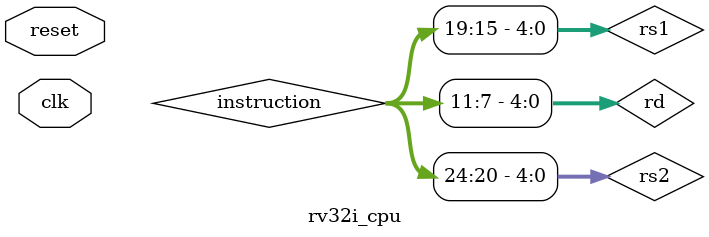
<source format=sv>
module rv32i_cpu #(
    parameter ADDR_WIDTH = 32,
    DATA_WIDTH = 32
) (
    input logic clk,
    input logic reset
);
  // PC signals
  logic [ADDR_WIDTH-1:0] pc, next_pc;
  logic [DATA_WIDTH-1:0] instruction;

  // Control signals
  logic reg_write, mem_to_reg, mem_write, alu_src;
  logic [3:0] alu_op;

  // Register file signals
  logic [4:0] rs1, rs2, rd;
  logic [DATA_WIDTH-1:0] reg_data1, reg_data2, write_data;

  // ALU signals
  logic [DATA_WIDTH-1:0] alu_operand_b, alu_result;
  logic alu_zero;

  // Fetch instruction
  instruction_fetch #(
      .ADDR_WIDTH(ADDR_WIDTH),
      .DATA_WIDTH(DATA_WIDTH)
  ) fetch (
      .clk(clk),
      .reset(reset),
      .pc_in(next_pc),
      .pc_out(pc),
      .instruction(instruction)
  );

  // Decode instruction
  assign rs1 = instruction[19:15];
  assign rs2 = instruction[24:20];
  assign rd  = instruction[11:7];

  control_unit control (
      .opcode(instruction[6:0]),
      .reg_write(reg_write),
      .mem_to_reg(mem_to_reg),
      .mem_write(mem_write),
      .alu_src(alu_src),
      .alu_op(alu_op)
  );

  register_file #(
      .REG_WIDTH(DATA_WIDTH)
  ) register_file_inst (
      .clk(clk),
      .rs1(rs1),
      .rs2(rs2),
      .rd(rd),
      .write_data(write_data),
      .reg_write(reg_write),
      .read_data1(reg_data1),
      .read_data2(reg_data2)
  );

  // ALU
  // assign alu_operand_b = alu_src ? instruction[31:20] : reg_data2;
  assign alu_operand_b = alu_src ? {{20{instruction[31]}}, instruction[31:20]} : reg_data2;

  alu #(
      .WIDTH(DATA_WIDTH)
  ) alu_inst (
      .operand_a(reg_data1),
      .operand_b(alu_operand_b),
      .alu_op(alu_op),
      .result(alu_result),
      .zero(alu_zero)
  );

  // Next PC logic
  assign next_pc = pc + 4;

  // Write-back
  assign write_data = mem_to_reg ? alu_result : alu_result;

endmodule

</source>
